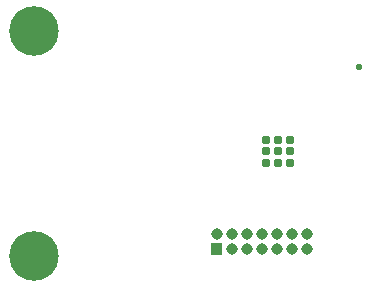
<source format=gbr>
G04 start of page 7 for group -4062 idx -4062 *
G04 Title: (unknown), soldermask *
G04 Creator: pcb 20140316 *
G04 CreationDate: Mon Oct 20 11:42:40 2014 UTC *
G04 For: clemi *
G04 Format: Gerber/RS-274X *
G04 PCB-Dimensions (mil): 1470.00 1065.00 *
G04 PCB-Coordinate-Origin: lower left *
%MOIN*%
%FSLAX25Y25*%
%LNBOTTOMMASK*%
%ADD71C,0.0306*%
%ADD70C,0.0228*%
%ADD69C,0.0001*%
%ADD68C,0.0384*%
%ADD67C,0.1653*%
G54D67*X15500Y91000D03*
X15600Y16000D03*
G54D68*X91500Y18500D03*
X96500D03*
X101500D03*
X106500D03*
G54D69*G36*
X74578Y20422D02*Y16578D01*
X78422D01*
Y20422D01*
X74578D01*
G37*
G54D68*X81500Y18500D03*
X86500D03*
X101500Y23500D03*
X96500D03*
X106500D03*
G54D70*X123839Y79000D03*
G54D68*X91500Y23500D03*
X86500D03*
X81500D03*
X76500D03*
G54D71*X100937Y54937D03*
X97000D03*
X100937Y51000D03*
X97000D03*
X100937Y47063D03*
X97000D03*
X93063Y54937D03*
Y51000D03*
Y47063D03*
M02*

</source>
